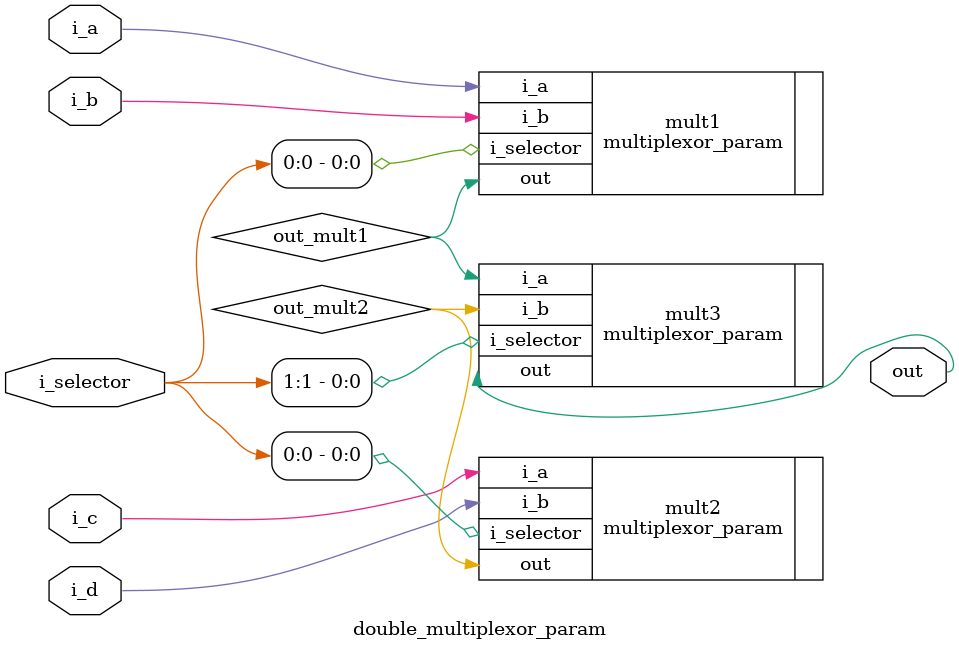
<source format=v>

module double_multiplexor_param #(parameter LENGTH=1)(
    //inputs
    input [LENGTH-1:0] i_a,
    input [LENGTH-1:0] i_b,
	 input [LENGTH-1:0] i_c,
	 input [LENGTH-1:0] i_d,
    input [1:0] i_selector,
    //outputs
    output [LENGTH-1:0] out
);

//First multiplexors results go to final multiplexor
wire [LENGTH-1:0] out_mult1, out_mult2;

multiplexor_param #(.LENGTH(LENGTH)) mult1 (
	.i_a(i_a), .i_b(i_b), .i_selector(i_selector[0]), .out(out_mult1)
);

multiplexor_param #(.LENGTH(LENGTH)) mult2 (
	.i_a(i_c), .i_b(i_d), .i_selector(i_selector[0]), .out(out_mult2)
);

multiplexor_param #(.LENGTH(LENGTH)) mult3 (
	.i_a(out_mult1), .i_b(out_mult2), .i_selector(i_selector[1]), .out(out)
);

endmodule
</source>
